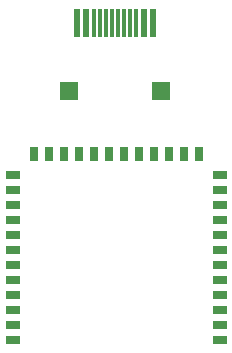
<source format=gbr>
%TF.GenerationSoftware,KiCad,Pcbnew,(5.1.2)-2*%
%TF.CreationDate,2020-08-26T23:28:28+08:00*%
%TF.ProjectId,wing-receiver-lite-rev2,77696e67-2d72-4656-9365-697665722d6c,rev?*%
%TF.SameCoordinates,Original*%
%TF.FileFunction,Paste,Bot*%
%TF.FilePolarity,Positive*%
%FSLAX46Y46*%
G04 Gerber Fmt 4.6, Leading zero omitted, Abs format (unit mm)*
G04 Created by KiCad (PCBNEW (5.1.2)-2) date 2020-08-26 23:28:28*
%MOMM*%
%LPD*%
G04 APERTURE LIST*
%ADD10R,0.600000X2.450000*%
%ADD11R,0.300000X2.450000*%
%ADD12R,1.500000X1.500000*%
%ADD13R,1.198880X0.698500*%
%ADD14R,0.698500X1.198880*%
G04 APERTURE END LIST*
D10*
X83006000Y-99828000D03*
D11*
X80531000Y-99828000D03*
X79031000Y-99828000D03*
X78031000Y-99828000D03*
D10*
X82231000Y-99828000D03*
D11*
X81031000Y-99828000D03*
X78531000Y-99828000D03*
D10*
X77331000Y-99828000D03*
X76556000Y-99828000D03*
D11*
X79531000Y-99828000D03*
X80031000Y-99828000D03*
X81531000Y-99828000D03*
D12*
X83656000Y-105664000D03*
X75856000Y-105664000D03*
D13*
X71120000Y-112776000D03*
X88646000Y-120396000D03*
X88646000Y-121666000D03*
D14*
X72898000Y-110998000D03*
D13*
X71120000Y-115316000D03*
X71120000Y-116586000D03*
X71120000Y-117856000D03*
X71120000Y-119126000D03*
X71120000Y-120396000D03*
X71120000Y-121666000D03*
X71120000Y-122936000D03*
X71120000Y-124206000D03*
X71120000Y-125476000D03*
X88646000Y-126746000D03*
X88646000Y-125476000D03*
X88646000Y-124206000D03*
X88646000Y-122936000D03*
X88646000Y-119126000D03*
X88646000Y-117856000D03*
X88646000Y-116586000D03*
X88646000Y-115316000D03*
X88646000Y-114046000D03*
X88646000Y-112776000D03*
D14*
X86868000Y-110998000D03*
X85598000Y-110998000D03*
X84328000Y-110998000D03*
X83058000Y-110998000D03*
X81788000Y-110998000D03*
X80518000Y-110998000D03*
X79248000Y-110998000D03*
X77978000Y-110998000D03*
X76708000Y-110998000D03*
X75438000Y-110998000D03*
X74168000Y-110998000D03*
D13*
X71120000Y-126746000D03*
X71120000Y-114046000D03*
M02*

</source>
